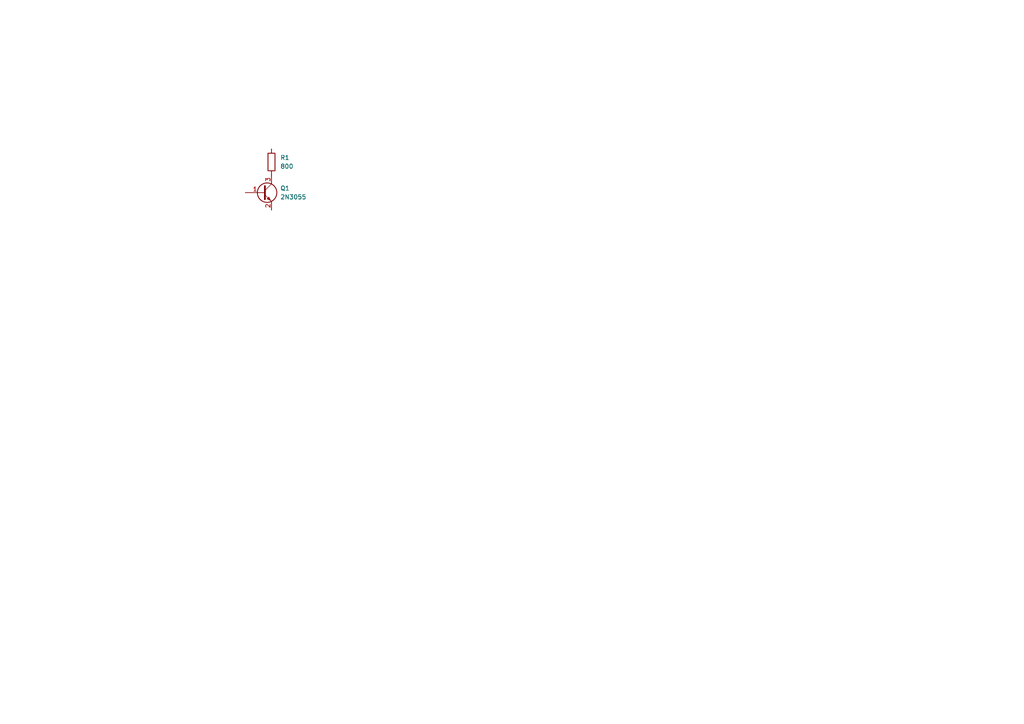
<source format=kicad_sch>
(kicad_sch
	(version 20231120)
	(generator "eeschema")
	(generator_version "8.0")
	(uuid "a03db9a2-659e-4501-8d0b-7c6ce7dc66a6")
	(paper "A4")
	(lib_symbols
		(symbol "Device:R"
			(pin_numbers hide)
			(pin_names
				(offset 0)
			)
			(exclude_from_sim no)
			(in_bom yes)
			(on_board yes)
			(property "Reference" "R"
				(at 2.032 0 90)
				(effects
					(font
						(size 1.27 1.27)
					)
				)
			)
			(property "Value" "R"
				(at 0 0 90)
				(effects
					(font
						(size 1.27 1.27)
					)
				)
			)
			(property "Footprint" ""
				(at -1.778 0 90)
				(effects
					(font
						(size 1.27 1.27)
					)
					(hide yes)
				)
			)
			(property "Datasheet" "~"
				(at 0 0 0)
				(effects
					(font
						(size 1.27 1.27)
					)
					(hide yes)
				)
			)
			(property "Description" "Resistor"
				(at 0 0 0)
				(effects
					(font
						(size 1.27 1.27)
					)
					(hide yes)
				)
			)
			(property "ki_keywords" "R res resistor"
				(at 0 0 0)
				(effects
					(font
						(size 1.27 1.27)
					)
					(hide yes)
				)
			)
			(property "ki_fp_filters" "R_*"
				(at 0 0 0)
				(effects
					(font
						(size 1.27 1.27)
					)
					(hide yes)
				)
			)
			(symbol "R_0_1"
				(rectangle
					(start -1.016 -2.54)
					(end 1.016 2.54)
					(stroke
						(width 0.254)
						(type default)
					)
					(fill
						(type none)
					)
				)
			)
			(symbol "R_1_1"
				(pin passive line
					(at 0 3.81 270)
					(length 1.27)
					(name "~"
						(effects
							(font
								(size 1.27 1.27)
							)
						)
					)
					(number "1"
						(effects
							(font
								(size 1.27 1.27)
							)
						)
					)
				)
				(pin passive line
					(at 0 -3.81 90)
					(length 1.27)
					(name "~"
						(effects
							(font
								(size 1.27 1.27)
							)
						)
					)
					(number "2"
						(effects
							(font
								(size 1.27 1.27)
							)
						)
					)
				)
			)
		)
		(symbol "Transistor_BJT:2N3055"
			(pin_names
				(offset 0) hide)
			(exclude_from_sim no)
			(in_bom yes)
			(on_board yes)
			(property "Reference" "Q"
				(at 5.08 1.905 0)
				(effects
					(font
						(size 1.27 1.27)
					)
					(justify left)
				)
			)
			(property "Value" "2N3055"
				(at 5.08 0 0)
				(effects
					(font
						(size 1.27 1.27)
					)
					(justify left)
				)
			)
			(property "Footprint" "Package_TO_SOT_THT:TO-3"
				(at 5.08 -1.905 0)
				(effects
					(font
						(size 1.27 1.27)
						(italic yes)
					)
					(justify left)
					(hide yes)
				)
			)
			(property "Datasheet" "http://www.onsemi.com/pub_link/Collateral/2N3055-D.PDF"
				(at 0 0 0)
				(effects
					(font
						(size 1.27 1.27)
					)
					(justify left)
					(hide yes)
				)
			)
			(property "Description" "15A Ic, 60V Vce, Power NPN Transistor, TO-3"
				(at 0 0 0)
				(effects
					(font
						(size 1.27 1.27)
					)
					(hide yes)
				)
			)
			(property "ki_keywords" "power NPN Transistor"
				(at 0 0 0)
				(effects
					(font
						(size 1.27 1.27)
					)
					(hide yes)
				)
			)
			(property "ki_fp_filters" "TO?3*"
				(at 0 0 0)
				(effects
					(font
						(size 1.27 1.27)
					)
					(hide yes)
				)
			)
			(symbol "2N3055_0_1"
				(polyline
					(pts
						(xy 0.635 0.635) (xy 2.54 2.54)
					)
					(stroke
						(width 0)
						(type default)
					)
					(fill
						(type none)
					)
				)
				(polyline
					(pts
						(xy 0.635 -0.635) (xy 2.54 -2.54) (xy 2.54 -2.54)
					)
					(stroke
						(width 0)
						(type default)
					)
					(fill
						(type none)
					)
				)
				(polyline
					(pts
						(xy 0.635 1.905) (xy 0.635 -1.905) (xy 0.635 -1.905)
					)
					(stroke
						(width 0.508)
						(type default)
					)
					(fill
						(type none)
					)
				)
				(polyline
					(pts
						(xy 1.27 -1.778) (xy 1.778 -1.27) (xy 2.286 -2.286) (xy 1.27 -1.778) (xy 1.27 -1.778)
					)
					(stroke
						(width 0)
						(type default)
					)
					(fill
						(type outline)
					)
				)
				(circle
					(center 1.27 0)
					(radius 2.8194)
					(stroke
						(width 0.254)
						(type default)
					)
					(fill
						(type none)
					)
				)
			)
			(symbol "2N3055_1_1"
				(pin input line
					(at -5.08 0 0)
					(length 5.715)
					(name "B"
						(effects
							(font
								(size 1.27 1.27)
							)
						)
					)
					(number "1"
						(effects
							(font
								(size 1.27 1.27)
							)
						)
					)
				)
				(pin passive line
					(at 2.54 -5.08 90)
					(length 2.54)
					(name "E"
						(effects
							(font
								(size 1.27 1.27)
							)
						)
					)
					(number "2"
						(effects
							(font
								(size 1.27 1.27)
							)
						)
					)
				)
				(pin passive line
					(at 2.54 5.08 270)
					(length 2.54)
					(name "C"
						(effects
							(font
								(size 1.27 1.27)
							)
						)
					)
					(number "3"
						(effects
							(font
								(size 1.27 1.27)
							)
						)
					)
				)
			)
		)
	)
	(symbol
		(lib_id "Transistor_BJT:2N3055")
		(at 76.2 55.88 0)
		(unit 1)
		(exclude_from_sim no)
		(in_bom yes)
		(on_board yes)
		(dnp no)
		(fields_autoplaced yes)
		(uuid "3bdcbfe7-a238-43fc-ad48-5b25e2e639c1")
		(property "Reference" "Q1"
			(at 81.28 54.6099 0)
			(effects
				(font
					(size 1.27 1.27)
				)
				(justify left)
			)
		)
		(property "Value" "2N3055"
			(at 81.28 57.1499 0)
			(effects
				(font
					(size 1.27 1.27)
				)
				(justify left)
			)
		)
		(property "Footprint" "Package_TO_SOT_THT:TO-3"
			(at 81.28 57.785 0)
			(effects
				(font
					(size 1.27 1.27)
					(italic yes)
				)
				(justify left)
				(hide yes)
			)
		)
		(property "Datasheet" "http://www.onsemi.com/pub_link/Collateral/2N3055-D.PDF"
			(at 76.2 55.88 0)
			(effects
				(font
					(size 1.27 1.27)
				)
				(justify left)
				(hide yes)
			)
		)
		(property "Description" "15A Ic, 60V Vce, Power NPN Transistor, TO-3"
			(at 76.2 55.88 0)
			(effects
				(font
					(size 1.27 1.27)
				)
				(hide yes)
			)
		)
		(pin "1"
			(uuid "d516c9ea-6758-4a73-825f-ae1d787e169f")
		)
		(pin "2"
			(uuid "a61d0e20-0681-4adb-a816-579a6030849c")
		)
		(pin "3"
			(uuid "408d5b53-61f3-4d76-a589-7d946fc02cb0")
		)
		(instances
			(project ""
				(path "/a03db9a2-659e-4501-8d0b-7c6ce7dc66a6"
					(reference "Q1")
					(unit 1)
				)
			)
		)
	)
	(symbol
		(lib_id "Device:R")
		(at 78.74 46.99 180)
		(unit 1)
		(exclude_from_sim no)
		(in_bom yes)
		(on_board yes)
		(dnp no)
		(fields_autoplaced yes)
		(uuid "f4121592-ae4c-449a-a2a3-3b2aee47ac58")
		(property "Reference" "R1"
			(at 81.28 45.7199 0)
			(effects
				(font
					(size 1.27 1.27)
				)
				(justify right)
			)
		)
		(property "Value" "800"
			(at 81.28 48.2599 0)
			(effects
				(font
					(size 1.27 1.27)
				)
				(justify right)
			)
		)
		(property "Footprint" ""
			(at 80.518 46.99 90)
			(effects
				(font
					(size 1.27 1.27)
				)
				(hide yes)
			)
		)
		(property "Datasheet" "~"
			(at 78.74 46.99 0)
			(effects
				(font
					(size 1.27 1.27)
				)
				(hide yes)
			)
		)
		(property "Description" "Resistor"
			(at 78.74 46.99 0)
			(effects
				(font
					(size 1.27 1.27)
				)
				(hide yes)
			)
		)
		(pin "2"
			(uuid "9e71a23d-7983-4440-a017-ee7a017c32dd")
		)
		(pin "1"
			(uuid "2d2f3da0-787b-4965-a13a-153f94a9b867")
		)
		(instances
			(project ""
				(path "/a03db9a2-659e-4501-8d0b-7c6ce7dc66a6"
					(reference "R1")
					(unit 1)
				)
			)
		)
	)
	(sheet_instances
		(path "/"
			(page "1")
		)
	)
)

</source>
